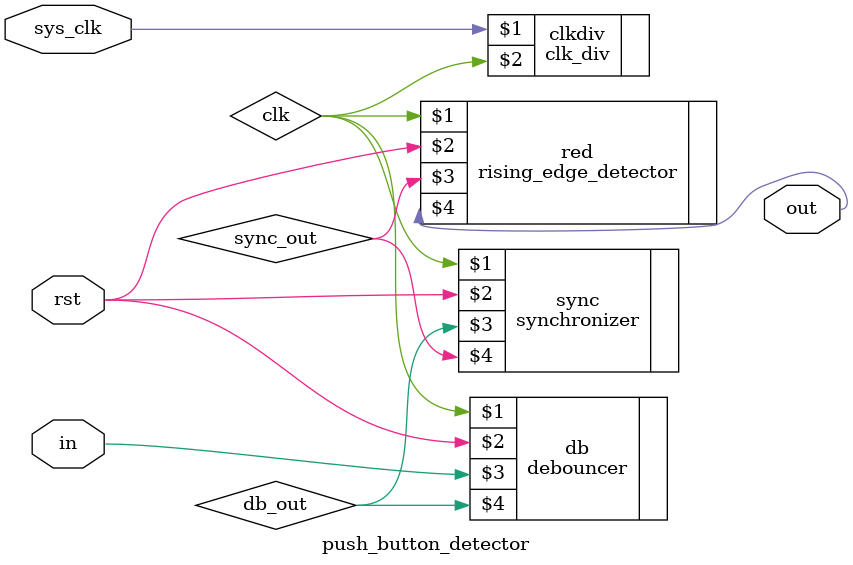
<source format=v>
`timescale 1ns / 1ps


module push_button_detector(
    input sys_clk,
    input in,
    input rst,
    output out
    );
    wire clk, reset;
    clk_div clkdiv(sys_clk, clk);
    wire db_out, sync_out;
    debouncer db (clk, rst, in, db_out);
    synchronizer sync (clk, rst, db_out, sync_out);
    rising_edge_detector red(clk, rst, sync_out, out);
endmodule

</source>
